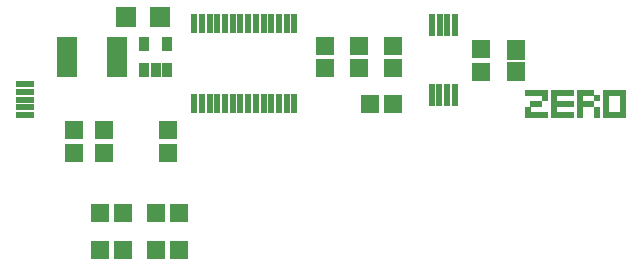
<source format=gbr>
%FSLAX34Y34*%
%MOMM*%
%LNSMDMASK_TOP*%
G71*
G01*
%ADD10R, 0.62X1.52*%
%ADD11R, 0.85X1.26*%
%ADD12R, 1.70X3.40*%
%ADD13R, 0.62X1.98*%
%ADD14R, 1.50X1.60*%
%ADD15R, 1.60X1.50*%
%ADD16R, 0.50X0.50*%
%ADD17R, 1.80X1.80*%
%ADD18R, 1.60X1.60*%
%ADD19R, 1.60X0.60*%
%LPD*%
X291272Y835606D02*
G54D10*
D03*
X284772Y835606D02*
G54D10*
D03*
X278272Y835606D02*
G54D10*
D03*
X271772Y835606D02*
G54D10*
D03*
X265272Y835606D02*
G54D10*
D03*
X258772Y835606D02*
G54D10*
D03*
X252272Y835606D02*
G54D10*
D03*
X245772Y835606D02*
G54D10*
D03*
X239272Y835606D02*
G54D10*
D03*
X232772Y835606D02*
G54D10*
D03*
X226272Y835606D02*
G54D10*
D03*
X219772Y835606D02*
G54D10*
D03*
X213272Y835606D02*
G54D10*
D03*
X206772Y835606D02*
G54D10*
D03*
X291272Y904478D02*
G54D10*
D03*
X284772Y904478D02*
G54D10*
D03*
X278272Y904478D02*
G54D10*
D03*
X271772Y904478D02*
G54D10*
D03*
X265272Y904478D02*
G54D10*
D03*
X258772Y904478D02*
G54D10*
D03*
X252272Y904478D02*
G54D10*
D03*
X245772Y904478D02*
G54D10*
D03*
X239272Y904478D02*
G54D10*
D03*
X232772Y904478D02*
G54D10*
D03*
X226272Y904478D02*
G54D10*
D03*
X219772Y904478D02*
G54D10*
D03*
X213272Y904478D02*
G54D10*
D03*
X206772Y904478D02*
G54D10*
D03*
X291272Y903684D02*
G54D10*
D03*
X284772Y903684D02*
G54D10*
D03*
X278272Y903684D02*
G54D10*
D03*
X271772Y903684D02*
G54D10*
D03*
X265272Y903684D02*
G54D10*
D03*
X258772Y903684D02*
G54D10*
D03*
X252272Y903684D02*
G54D10*
D03*
X245772Y903684D02*
G54D10*
D03*
X239272Y903684D02*
G54D10*
D03*
X232772Y903684D02*
G54D10*
D03*
X226272Y903684D02*
G54D10*
D03*
X219772Y903684D02*
G54D10*
D03*
X213272Y903684D02*
G54D10*
D03*
X206772Y903684D02*
G54D10*
D03*
X291272Y836400D02*
G54D10*
D03*
X284772Y836400D02*
G54D10*
D03*
X278272Y836400D02*
G54D10*
D03*
X271772Y836400D02*
G54D10*
D03*
X265272Y836400D02*
G54D10*
D03*
X258772Y836400D02*
G54D10*
D03*
X252272Y836400D02*
G54D10*
D03*
X245772Y836400D02*
G54D10*
D03*
X239272Y836400D02*
G54D10*
D03*
X232772Y836400D02*
G54D10*
D03*
X226272Y836400D02*
G54D10*
D03*
X219772Y836400D02*
G54D10*
D03*
X213272Y836400D02*
G54D10*
D03*
X206772Y836400D02*
G54D10*
D03*
X291272Y836797D02*
G54D10*
D03*
X284772Y836797D02*
G54D10*
D03*
X278272Y836797D02*
G54D10*
D03*
X271772Y836797D02*
G54D10*
D03*
X265272Y836797D02*
G54D10*
D03*
X258772Y836797D02*
G54D10*
D03*
X252272Y836797D02*
G54D10*
D03*
X245772Y836797D02*
G54D10*
D03*
X239272Y836797D02*
G54D10*
D03*
X232772Y836797D02*
G54D10*
D03*
X226272Y836797D02*
G54D10*
D03*
X219772Y836797D02*
G54D10*
D03*
X213272Y836797D02*
G54D10*
D03*
X206772Y836797D02*
G54D10*
D03*
X291272Y903287D02*
G54D10*
D03*
X284772Y903288D02*
G54D10*
D03*
X278272Y903288D02*
G54D10*
D03*
X271772Y903288D02*
G54D10*
D03*
X265272Y903288D02*
G54D10*
D03*
X258772Y903288D02*
G54D10*
D03*
X252272Y903288D02*
G54D10*
D03*
X245772Y903287D02*
G54D10*
D03*
X239272Y903288D02*
G54D10*
D03*
X232772Y903288D02*
G54D10*
D03*
X226272Y903288D02*
G54D10*
D03*
X219772Y903288D02*
G54D10*
D03*
X213272Y903288D02*
G54D10*
D03*
X206772Y903288D02*
G54D10*
D03*
X164306Y886420D02*
G54D11*
D03*
X183356Y886420D02*
G54D11*
D03*
X164306Y864394D02*
G54D11*
D03*
X173831Y864394D02*
G54D11*
D03*
X183356Y864394D02*
G54D11*
D03*
X141288Y875506D02*
G54D12*
D03*
X99219Y875506D02*
G54D12*
D03*
X407988Y902494D02*
G54D13*
D03*
X414487Y902494D02*
G54D13*
D03*
X407591Y843147D02*
G54D13*
D03*
X414091Y843147D02*
G54D13*
D03*
X420591Y843147D02*
G54D13*
D03*
X427091Y843147D02*
G54D13*
D03*
X420988Y902494D02*
G54D13*
D03*
X427488Y902494D02*
G54D13*
D03*
X193675Y743744D02*
G54D14*
D03*
X174675Y743744D02*
G54D14*
D03*
X193675Y711994D02*
G54D14*
D03*
X174675Y711994D02*
G54D14*
D03*
X146050Y711994D02*
G54D14*
D03*
X127050Y711994D02*
G54D14*
D03*
X146050Y743744D02*
G54D14*
D03*
X127050Y743744D02*
G54D14*
D03*
X317475Y885006D02*
G54D15*
D03*
X317475Y866006D02*
G54D15*
D03*
X346050Y885006D02*
G54D15*
D03*
X346050Y866006D02*
G54D15*
D03*
X374625Y885006D02*
G54D15*
D03*
X374625Y866006D02*
G54D15*
D03*
X449238Y882229D02*
G54D15*
D03*
X449238Y863229D02*
G54D15*
D03*
X184175Y794569D02*
G54D15*
D03*
X184175Y813569D02*
G54D15*
D03*
X130200Y794569D02*
G54D15*
D03*
X130200Y813569D02*
G54D15*
D03*
X104800Y794569D02*
G54D15*
D03*
X104800Y813569D02*
G54D15*
D03*
X488950Y845344D02*
G54D16*
D03*
X498475Y845344D02*
G54D16*
D03*
X503238Y845344D02*
G54D16*
D03*
X503238Y840581D02*
G54D16*
D03*
X498475Y835819D02*
G54D16*
D03*
X488950Y831056D02*
G54D16*
D03*
X488950Y826294D02*
G54D16*
D03*
X498475Y826294D02*
G54D16*
D03*
X503238Y826294D02*
G54D16*
D03*
X511175Y826294D02*
G54D16*
D03*
X511175Y831056D02*
G54D16*
D03*
X511175Y835819D02*
G54D16*
D03*
X511175Y840581D02*
G54D16*
D03*
X511175Y845344D02*
G54D16*
D03*
X515938Y845344D02*
G54D16*
D03*
X520700Y845344D02*
G54D16*
D03*
X515938Y835819D02*
G54D16*
D03*
X520700Y835819D02*
G54D16*
D03*
X515938Y826294D02*
G54D16*
D03*
X520700Y826294D02*
G54D16*
D03*
X533400Y845344D02*
G54D16*
D03*
X533400Y840581D02*
G54D16*
D03*
X533400Y835819D02*
G54D16*
D03*
X533400Y831056D02*
G54D16*
D03*
X533400Y826294D02*
G54D16*
D03*
X538162Y845344D02*
G54D16*
D03*
X538162Y835819D02*
G54D16*
D03*
X547688Y840581D02*
G54D16*
D03*
X547688Y831056D02*
G54D16*
D03*
X547688Y826294D02*
G54D16*
D03*
X555625Y840581D02*
G54D16*
D03*
X555625Y835819D02*
G54D16*
D03*
X555625Y831056D02*
G54D16*
D03*
X560388Y826294D02*
G54D16*
D03*
X565150Y826294D02*
G54D16*
D03*
X569912Y831056D02*
G54D16*
D03*
X569912Y835819D02*
G54D16*
D03*
X569912Y840581D02*
G54D16*
D03*
X560388Y845344D02*
G54D16*
D03*
X565150Y845344D02*
G54D16*
D03*
X149225Y909638D02*
G54D17*
D03*
X177225Y909638D02*
G54D17*
D03*
X555625Y845344D02*
G54D16*
D03*
X569912Y845344D02*
G54D16*
D03*
X569912Y826294D02*
G54D16*
D03*
X555625Y826294D02*
G54D16*
D03*
X493712Y845344D02*
G54D16*
D03*
X493712Y835819D02*
G54D16*
D03*
X493712Y826294D02*
G54D16*
D03*
X525462Y845344D02*
G54D16*
D03*
X525462Y835819D02*
G54D16*
D03*
X525462Y826294D02*
G54D16*
D03*
X542925Y845344D02*
G54D16*
D03*
X542925Y835819D02*
G54D16*
D03*
X355600Y835819D02*
G54D14*
D03*
X374600Y835819D02*
G54D14*
D03*
X479401Y882229D02*
G54D15*
D03*
X479401Y863229D02*
G54D15*
D03*
X479425Y880666D02*
G54D18*
D03*
X479425Y863997D02*
G54D18*
D03*
X63112Y839390D02*
G54D19*
D03*
X63112Y832890D02*
G54D19*
D03*
X63112Y826390D02*
G54D19*
D03*
X63112Y845890D02*
G54D19*
D03*
X63112Y852390D02*
G54D19*
D03*
M02*

</source>
